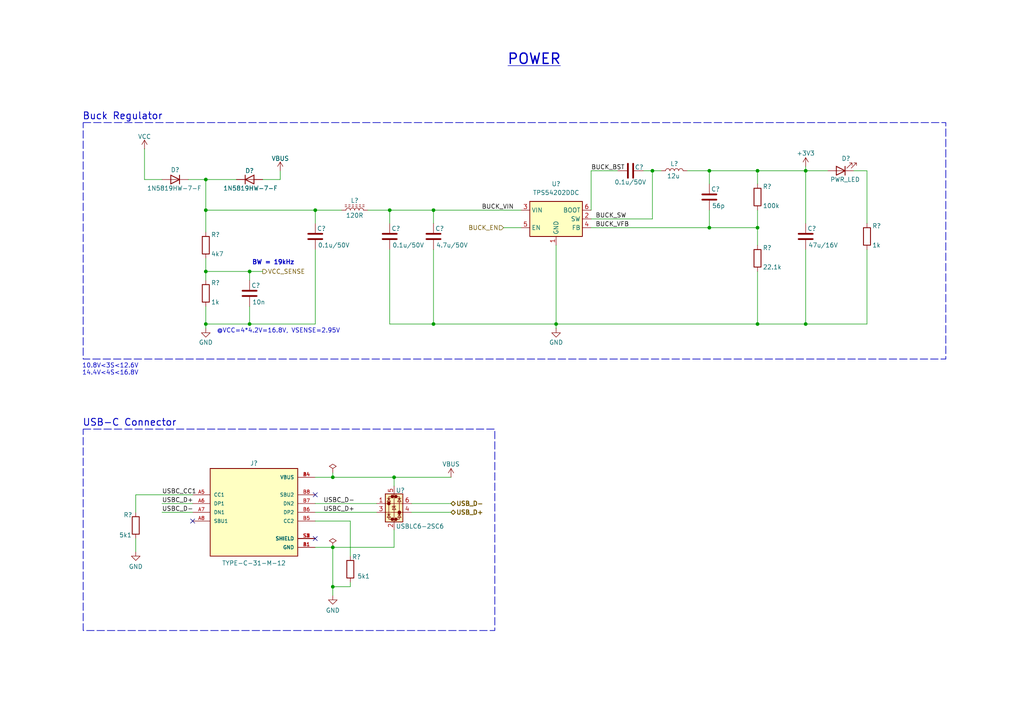
<source format=kicad_sch>
(kicad_sch (version 20250114) (generator "eeschema") (generator_version "9.0")
  (paper "A4")
  (title_block (title "STM32F405 ESC") (rev "0.0.1") (company "mangoByte"))
  (lib_symbols
    (symbol "Device:C" (pin_numbers (hide yes)) (pin_names (offset 0.254))
      (property "Reference" "C" (at 0.635 2.54 0))
      (property "Value" "C" (at 0.635 -2.54 0))
      (symbol "C_0_1"
        (polyline (pts (xy -2.032 0.762) (xy 2.032 0.762)) (stroke (width 0.508)))
        (polyline (pts (xy -2.032 -0.762) (xy 2.032 -0.762)) (stroke (width 0.508)))
      )
      (symbol "C_1_1"
        (pin passive line (at 0 3.81 270) (length 2.794) (name "~") (number "1"))
        (pin passive line (at 0 -3.81 90) (length 2.794) (name "~") (number "2"))
      )
    )
    (symbol "Device:D" (pin_numbers (hide yes)) (pin_names (offset 1.016) (hide yes))
      (property "Reference" "D" (at 0 2.54 0))
      (property "Value" "D" (at 0 -2.54 0))
      (symbol "D_0_1"
        (polyline (pts (xy -1.27 1.27) (xy -1.27 -1.27)) (stroke (width 0.254)))
        (polyline (pts (xy 1.27 1.27) (xy 1.27 -1.27) (xy -1.27 0) (xy 1.27 1.27)) (stroke (width 0.254)))
        (polyline (pts (xy 1.27 0) (xy -1.27 0)))
      )
      (symbol "D_1_1"
        (pin passive line (at -3.81 0 0) (length 2.54) (name "K") (number "1"))
        (pin passive line (at 3.81 0 180) (length 2.54) (name "A") (number "2"))
      )
    )
    (symbol "Device:LED" (pin_numbers (hide yes)) (pin_names (offset 1.016) (hide yes))
      (property "Reference" "D" (at 0 2.54 0))
      (property "Value" "LED" (at 0 -2.54 0))
      (symbol "LED_0_1"
        (polyline (pts (xy -3.048 -0.762) (xy -4.572 -2.286) (xy -3.81 -2.286) (xy -4.572 -2.286) (xy -4.572 -1.524)))
        (polyline (pts (xy -1.778 -0.762) (xy -3.302 -2.286) (xy -2.54 -2.286) (xy -3.302 -2.286) (xy -3.302 -1.524)))
        (polyline (pts (xy -1.27 0) (xy 1.27 0)))
        (polyline (pts (xy -1.27 -1.27) (xy -1.27 1.27)) (stroke (width 0.254)))
        (polyline (pts (xy 1.27 -1.27) (xy 1.27 1.27) (xy -1.27 0) (xy 1.27 -1.27)) (stroke (width 0.254)))
      )
      (symbol "LED_1_1"
        (pin passive line (at -3.81 0 0) (length 2.54) (name "K") (number "1"))
        (pin passive line (at 3.81 0 180) (length 2.54) (name "A") (number "2"))
      )
    )
    (symbol "Device:L_Ferrite" (pin_numbers (hide yes)) (pin_names (offset 1.016) (hide yes))
      (property "Reference" "L" (at -1.27 0 90))
      (property "Value" "L_Ferrite" (at 2.794 0 90))
      (symbol "L_Ferrite_0_1"
        (arc (start 0 2.54) (mid 0.6323 1.905) (end 0 1.27))
        (arc (start 0 1.27) (mid 0.6323 0.635) (end 0 0))
        (arc (start 0 0) (mid 0.6323 -0.635) (end 0 -1.27))
        (arc (start 0 -1.27) (mid 0.6323 -1.905) (end 0 -2.54))
        (polyline (pts (xy 1.016 2.286) (xy 1.016 2.794)))
        (polyline (pts (xy 1.016 1.27) (xy 1.016 1.778)))
        (polyline (pts (xy 1.016 0.254) (xy 1.016 0.762)))
        (polyline (pts (xy 1.016 -0.762) (xy 1.016 -0.254)))
        (polyline (pts (xy 1.016 -1.778) (xy 1.016 -1.27)))
        (polyline (pts (xy 1.016 -2.794) (xy 1.016 -2.286)))
        (polyline (pts (xy 1.524 2.794) (xy 1.524 2.286)))
        (polyline (pts (xy 1.524 1.778) (xy 1.524 1.27)))
        (polyline (pts (xy 1.524 0.762) (xy 1.524 0.254)))
        (polyline (pts (xy 1.524 -0.254) (xy 1.524 -0.762)))
        (polyline (pts (xy 1.524 -1.27) (xy 1.524 -1.778)))
        (polyline (pts (xy 1.524 -2.286) (xy 1.524 -2.794)))
      )
      (symbol "L_Ferrite_1_1"
        (pin passive line (at 0 3.81 270) (length 1.27) (name "1") (number "1"))
        (pin passive line (at 0 -3.81 90) (length 1.27) (name "2") (number "2"))
      )
    )
    (symbol "Device:R" (pin_numbers (hide yes)) (pin_names (offset 0))
      (property "Reference" "R" (at 2.032 0 90))
      (property "Value" "R" (at 0 0 90))
      (symbol "R_0_1"
        (rectangle (start -1.016 -2.54) (end 1.016 2.54) (stroke (width 0.254)))
      )
      (symbol "R_1_1"
        (pin passive line (at 0 3.81 270) (length 1.27) (name "~") (number "1"))
        (pin passive line (at 0 -3.81 90) (length 1.27) (name "~") (number "2"))
      )
    )
    (symbol "No silk screen devices:L" (pin_numbers (hide yes)) (pin_names (offset 1.016) (hide yes))
      (property "Reference" "L" (at -1.27 0 90))
      (property "Value" "L" (at 1.905 0 90))
      (symbol "L_0_1"
        (arc (start 0 2.54) (mid 0.6323 1.905) (end 0 1.27))
        (arc (start 0 1.27) (mid 0.6323 0.635) (end 0 0))
        (arc (start 0 0) (mid 0.6323 -0.635) (end 0 -1.27))
        (arc (start 0 -1.27) (mid 0.6323 -1.905) (end 0 -2.54))
      )
      (symbol "L_1_1"
        (pin passive line (at 0 3.81 270) (length 1.27) (name "1") (number "1"))
        (pin passive line (at 0 -3.81 90) (length 1.27) (name "2") (number "2"))
      )
    )
    (symbol "No silk screen devices:R" (pin_numbers (hide yes)) (pin_names (offset 0))
      (property "Reference" "R" (at 2.032 0 90))
      (property "Value" "R" (at 0 0 90))
      (symbol "R_0_1"
        (rectangle (start -1.016 -2.54) (end 1.016 2.54) (stroke (width 0.254)))
      )
      (symbol "R_1_1"
        (pin passive line (at 0 3.81 270) (length 1.27) (name "~") (number "1"))
        (pin passive line (at 0 -3.81 90) (length 1.27) (name "~") (number "2"))
      )
    )
    (symbol "Power_Protection:USBLC6-2SC6" (pin_names (hide yes))
      (property "Reference" "U" (at 0.635 5.715 0))
      (property "Value" "USBLC6-2SC6" (at 0.635 3.81 0))
      (symbol "USBLC6-2SC6_0_0"
        (circle (center -1.524 0) (radius 0.0001) (stroke (width 0.508)))
        (circle (center -0.508 2.032) (radius 0.0001) (stroke (width 0.508)))
        (circle (center -0.508 -4.572) (radius 0.0001) (stroke (width 0.508)))
        (circle (center 0.508 2.032) (radius 0.0001) (stroke (width 0.508)))
        (circle (center 0.508 -4.572) (radius 0.0001) (stroke (width 0.508)))
        (circle (center 1.524 -2.54) (radius 0.0001) (stroke (width 0.508)))
      )
      (symbol "USBLC6-2SC6_0_1"
        (polyline (pts (xy -2.54 0) (xy 2.54 0)))
        (polyline (pts (xy -2.54 -2.54) (xy 2.54 -2.54)))
        (polyline (pts (xy -2.032 0.508) (xy -1.016 0.508) (xy -1.524 1.524) (xy -2.032 0.508)))
        (polyline (pts (xy -2.032 -3.048) (xy -1.016 -3.048)))
        (polyline (pts (xy -1.016 1.524) (xy -2.032 1.524)))
        (polyline (pts (xy -1.016 -4.064) (xy -2.032 -4.064) (xy -1.524 -3.048) (xy -1.016 -4.064)))
        (polyline (pts (xy -0.508 -1.143) (xy -0.508 -0.762) (xy 0.508 -0.762)))
        (polyline (pts (xy 0 2.54) (xy -0.508 2.032) (xy 0.508 2.032) (xy 0 1.524) (xy 0 -4.064) (xy -0.508 -4.572) (xy 0.508 -4.572) (xy 0 -5.08)))
        (polyline (pts (xy 0.508 -1.778) (xy -0.508 -1.778) (xy 0 -0.762) (xy 0.508 -1.778)))
        (polyline (pts (xy 1.016 1.524) (xy 2.032 1.524)))
        (polyline (pts (xy 1.016 -3.048) (xy 2.032 -3.048)))
        (polyline (pts (xy 2.032 0.508) (xy 1.016 0.508) (xy 1.524 1.524) (xy 2.032 0.508)))
        (polyline (pts (xy 2.032 -4.064) (xy 1.016 -4.064) (xy 1.524 -3.048) (xy 2.032 -4.064)))
      )
      (symbol "USBLC6-2SC6_1_1"
        (rectangle (start -2.54 2.794) (end 2.54 -5.334) (stroke (width 0.254)) (fill (type background)))
        (polyline (pts (xy -0.508 2.032) (xy -1.524 2.032) (xy -1.524 -4.572) (xy -0.508 -4.572)))
        (polyline (pts (xy 0.508 -4.572) (xy 1.524 -4.572) (xy 1.524 2.032) (xy 0.508 2.032)))
        (pin passive line (at -5.08 0 0) (length 2.54) (name "I/O1") (number "1"))
        (pin passive line (at -5.08 -2.54 0) (length 2.54) (name "I/O2") (number "3"))
        (pin passive line (at 0 5.08 270) (length 2.54) (name "VBUS") (number "5"))
        (pin passive line (at 0 -7.62 90) (length 2.54) (name "GND") (number "2"))
        (pin passive line (at 5.08 0 180) (length 2.54) (name "I/O1") (number "6"))
        (pin passive line (at 5.08 -2.54 180) (length 2.54) (name "I/O2") (number "4"))
      )
    )
    (symbol "Regulator_Switching:TPS54202DDC"
      (property "Reference" "U" (at -7.62 6.35 0))
      (property "Value" "TPS54202DDC" (at 0 6.35 0))
      (symbol "TPS54202DDC_0_1"
        (rectangle (start -7.62 5.08) (end 7.62 -5.08) (stroke (width 0.254)) (fill (type background)))
      )
      (symbol "TPS54202DDC_1_1"
        (pin power_in line (at -10.16 2.54 0) (length 2.54) (name "VIN") (number "3"))
        (pin input line (at -10.16 -2.54 0) (length 2.54) (name "EN") (number "5"))
        (pin power_in line (at 0 -7.62 90) (length 2.54) (name "GND") (number "1"))
        (pin passive line (at 10.16 2.54 180) (length 2.54) (name "BOOT") (number "6"))
        (pin power_out line (at 10.16 0 180) (length 2.54) (name "SW") (number "2"))
        (pin input line (at 10.16 -2.54 180) (length 2.54) (name "FB") (number "4"))
      )
    )
    (symbol "TYPE-C-31-M-12:TYPE-C-31-M-12" (pin_names (offset 1.016))
      (property "Reference" "J" (at -12.7 13.462 0))
      (property "Value" "TYPE-C-31-M-12" (at -12.7 -13.462 0))
      (symbol "TYPE-C-31-M-12_0_0"
        (rectangle (start -12.7 -12.7) (end 12.7 12.7) (stroke (width 0.254)) (fill (type background)))
        (pin bidirectional line (at -17.78 5.08 0) (length 5.08) (name "CC1") (number "A5"))
        (pin bidirectional line (at -17.78 2.54 0) (length 5.08) (name "DP1") (number "A6"))
        (pin bidirectional line (at -17.78 0 0) (length 5.08) (name "DN1") (number "A7"))
        (pin bidirectional line (at -17.78 -2.54 0) (length 5.08) (name "SBU1") (number "A8"))
        (pin bidirectional line (at 17.78 5.08 180) (length 5.08) (name "SBU2") (number "B8"))
        (pin bidirectional line (at 17.78 2.54 180) (length 5.08) (name "DN2") (number "B7"))
        (pin bidirectional line (at 17.78 0 180) (length 5.08) (name "DP2") (number "B6"))
        (pin bidirectional line (at 17.78 -2.54 180) (length 5.08) (name "CC2") (number "B5"))
        (pin passive line (at 17.78 -7.62 180) (length 5.08) (name "SHIELD") (number "S1"))
        (pin passive line (at 17.78 -7.62 180) (length 5.08) (name "SHIELD") (number "S2"))
        (pin passive line (at 17.78 -7.62 180) (length 5.08) (name "SHIELD") (number "S3"))
        (pin passive line (at 17.78 -7.62 180) (length 5.08) (name "SHIELD") (number "S4"))
      )
      (symbol "TYPE-C-31-M-12_1_0"
        (pin power_in line (at 17.78 10.16 180) (length 5.08) (name "VBUS") (number "A4"))
        (pin power_in line (at 17.78 10.16 180) (length 5.08) (name "VBUS") (number "B4"))
        (pin power_in line (at 17.78 -10.16 180) (length 5.08) (name "GND") (number "A1"))
        (pin power_in line (at 17.78 -10.16 180) (length 5.08) (name "GND") (number "B1"))
      )
    )
    (symbol "power:+3V3" (power) (pin_numbers (hide yes)) (pin_names (offset 0) (hide yes))
      (property "Value" "+3V3" (at 0 3.556 0))
      (symbol "+3V3_0_1"
        (polyline (pts (xy -0.762 1.27) (xy 0 2.54)))
        (polyline (pts (xy 0 2.54) (xy 0.762 1.27)))
        (polyline (pts (xy 0 0) (xy 0 2.54)))
      )
      (symbol "+3V3_1_1"
        (pin power_in line (at 0 0 90) (length 0) (name "~") (number "1"))
      )
    )
    (symbol "power:GND" (power) (pin_numbers (hide yes)) (pin_names (offset 0) (hide yes))
      (property "Value" "GND" (at 0 -3.81 0))
      (symbol "GND_0_1"
        (polyline (pts (xy 0 0) (xy 0 -1.27) (xy 1.27 -1.27) (xy 0 -2.54) (xy -1.27 -1.27) (xy 0 -1.27)))
      )
      (symbol "GND_1_1"
        (pin power_in line (at 0 0 270) (length 0) (name "~") (number "1"))
      )
    )
    (symbol "power:PWR_FLAG" (power) (pin_numbers (hide yes)) (pin_names (offset 0) (hide yes))
      (property "Value" "PWR_FLAG" (at 0 3.81 0))
      (symbol "PWR_FLAG_0_0"
        (pin power_out line (at 0 0 90) (length 0) (name "~") (number "1"))
      )
      (symbol "PWR_FLAG_0_1"
        (polyline (pts (xy 0 0) (xy 0 1.27) (xy -1.016 1.905) (xy 0 2.54) (xy 1.016 1.905) (xy 0 1.27)))
      )
    )
    (symbol "power:VBUS" (power) (pin_numbers (hide yes)) (pin_names (offset 0) (hide yes))
      (property "Value" "VBUS" (at 0 3.556 0))
      (symbol "VBUS_0_1"
        (polyline (pts (xy -0.762 1.27) (xy 0 2.54)))
        (polyline (pts (xy 0 2.54) (xy 0.762 1.27)))
        (polyline (pts (xy 0 0) (xy 0 2.54)))
      )
      (symbol "VBUS_1_1"
        (pin power_in line (at 0 0 90) (length 0) (name "~") (number "1"))
      )
    )
    (symbol "power:VCC" (power) (pin_numbers (hide yes)) (pin_names (offset 0) (hide yes))
      (property "Value" "VCC" (at 0 3.556 0))
      (symbol "VCC_0_1"
        (polyline (pts (xy -0.762 1.27) (xy 0 2.54)))
        (polyline (pts (xy 0 2.54) (xy 0.762 1.27)))
        (polyline (pts (xy 0 0) (xy 0 2.54)))
      )
      (symbol "VCC_1_1"
        (pin power_in line (at 0 0 90) (length 0) (name "~") (number "1"))
      )
    )
  )
  (rectangle (start 24.13 35.56) (end 274.32 104.14) (stroke (width 0.2) (type dash)))
  (rectangle (start 24.13 124.46) (end 143.51 182.88) (stroke (width 0.2) (type dash)))
  (text "10.8V<3S<12.6V\n14.4V<4S<16.8V" (at 32.004 107.188 0) (effects (font (size 1.27 1.27))))
  (text "BW = 19kHz" (at 79.248 76.2 0) (effects (font (size 1.27 1.27) (thickness 0.254) (bold yes))))
  (text "USB-C Connector" (at 37.592 122.682 0) (effects (font (size 2 2) (thickness 0.254) (bold yes))))
  (text "POWER" (at 154.94 17.272 0) (effects (font (size 3 3) (thickness 0.4) (bold yes))))
  (text "@VCC=4*4.2V=16.8V, VSENSE=2.95V" (at 80.772 96.012 0) (effects (font (size 1.27 1.27))))
  (text "Buck Regulator" (at 35.56 33.782 0) (effects (font (size 2 2) (thickness 0.254) (bold yes))))
  (junction (at 59.69 60.96))
  (junction (at 205.74 49.53))
  (junction (at 96.52 138.43))
  (junction (at 205.74 66.04))
  (junction (at 91.44 60.96))
  (junction (at 233.68 49.53))
  (junction (at 59.69 93.98))
  (junction (at 113.03 60.96))
  (junction (at 125.73 60.96))
  (junction (at 96.52 158.75))
  (junction (at 114.3 138.43))
  (junction (at 219.71 93.98))
  (junction (at 189.23 49.53))
  (junction (at 233.68 93.98))
  (junction (at 72.39 93.98))
  (junction (at 219.71 66.04))
  (junction (at 96.52 170.18))
  (junction (at 72.39 78.74))
  (junction (at 219.71 49.53))
  (junction (at 59.69 52.07))
  (junction (at 125.73 93.98))
  (junction (at 59.69 78.74))
  (junction (at 161.29 93.98))
  (no_connect (at 91.44 143.51))
  (no_connect (at 55.88 151.13))
  (no_connect (at 91.44 156.21))
  (wire (pts (xy 72.39 88.9) (xy 72.39 93.98)))
  (wire (pts (xy 59.69 95.25) (xy 59.69 93.98)))
  (wire (pts (xy 199.39 49.53) (xy 205.74 49.53)))
  (wire (pts (xy 59.69 52.07) (xy 59.69 60.96)))
  (wire (pts (xy 219.71 49.53) (xy 233.68 49.53)))
  (wire (pts (xy 101.6 151.13) (xy 101.6 161.29)))
  (wire (pts (xy 39.37 143.51) (xy 39.37 148.59)))
  (wire (pts (xy 113.03 60.96) (xy 113.03 64.77)))
  (wire (pts (xy 171.45 49.53) (xy 179.07 49.53)))
  (wire (pts (xy 161.29 93.98) (xy 161.29 95.25)))
  (wire (pts (xy 233.68 48.26) (xy 233.68 49.53)))
  (wire (pts (xy 114.3 138.43) (xy 130.81 138.43)))
  (wire (pts (xy 219.71 66.04) (xy 219.71 71.12)))
  (wire (pts (xy 125.73 93.98) (xy 161.29 93.98)))
  (polyline (pts (xy 147.32 19.05) (xy 162.56 19.05)))
  (wire (pts (xy 219.71 53.34) (xy 219.71 49.53)))
  (wire (pts (xy 91.44 146.05) (xy 109.22 146.05)))
  (wire (pts (xy 59.69 81.28) (xy 59.69 78.74)))
  (wire (pts (xy 125.73 60.96) (xy 151.13 60.96)))
  (wire (pts (xy 91.44 151.13) (xy 101.6 151.13)))
  (wire (pts (xy 72.39 81.28) (xy 72.39 78.74)))
  (wire (pts (xy 125.73 60.96) (xy 125.73 64.77)))
  (wire (pts (xy 171.45 66.04) (xy 205.74 66.04)))
  (wire (pts (xy 247.65 49.53) (xy 251.46 49.53)))
  (wire (pts (xy 96.52 138.43) (xy 114.3 138.43)))
  (wire (pts (xy 119.38 146.05) (xy 130.81 146.05)))
  (wire (pts (xy 91.44 60.96) (xy 99.06 60.96)))
  (wire (pts (xy 96.52 170.18) (xy 96.52 172.72)))
  (wire (pts (xy 72.39 78.74) (xy 76.2 78.74)))
  (wire (pts (xy 41.91 52.07) (xy 46.99 52.07)))
  (wire (pts (xy 113.03 60.96) (xy 125.73 60.96)))
  (wire (pts (xy 106.68 60.96) (xy 113.03 60.96)))
  (wire (pts (xy 113.03 93.98) (xy 125.73 93.98)))
  (wire (pts (xy 114.3 153.67) (xy 114.3 158.75)))
  (wire (pts (xy 54.61 52.07) (xy 59.69 52.07)))
  (wire (pts (xy 91.44 138.43) (xy 96.52 138.43)))
  (wire (pts (xy 91.44 148.59) (xy 109.22 148.59)))
  (wire (pts (xy 114.3 138.43) (xy 114.3 140.97)))
  (wire (pts (xy 46.99 148.59) (xy 55.88 148.59)))
  (wire (pts (xy 113.03 72.39) (xy 113.03 93.98)))
  (wire (pts (xy 219.71 93.98) (xy 161.29 93.98)))
  (wire (pts (xy 219.71 60.96) (xy 219.71 66.04)))
  (wire (pts (xy 91.44 93.98) (xy 72.39 93.98)))
  (wire (pts (xy 101.6 168.91) (xy 101.6 170.18)))
  (wire (pts (xy 96.52 137.16) (xy 96.52 138.43)))
  (wire (pts (xy 171.45 63.5) (xy 189.23 63.5)))
  (wire (pts (xy 59.69 60.96) (xy 91.44 60.96)))
  (wire (pts (xy 119.38 148.59) (xy 130.81 148.59)))
  (wire (pts (xy 251.46 49.53) (xy 251.46 64.77)))
  (wire (pts (xy 76.2 52.07) (xy 81.28 52.07)))
  (wire (pts (xy 233.68 64.77) (xy 233.68 49.53)))
  (wire (pts (xy 101.6 170.18) (xy 96.52 170.18)))
  (wire (pts (xy 161.29 71.12) (xy 161.29 93.98)))
  (wire (pts (xy 46.99 146.05) (xy 55.88 146.05)))
  (wire (pts (xy 81.28 49.53) (xy 81.28 52.07)))
  (wire (pts (xy 59.69 78.74) (xy 59.69 74.93)))
  (wire (pts (xy 72.39 93.98) (xy 59.69 93.98)))
  (wire (pts (xy 91.44 72.39) (xy 91.44 93.98)))
  (wire (pts (xy 219.71 78.74) (xy 219.71 93.98)))
  (wire (pts (xy 96.52 158.75) (xy 96.52 170.18)))
  (wire (pts (xy 205.74 60.96) (xy 205.74 66.04)))
  (wire (pts (xy 41.91 43.18) (xy 41.91 52.07)))
  (wire (pts (xy 125.73 72.39) (xy 125.73 93.98)))
  (wire (pts (xy 151.13 66.04) (xy 146.05 66.04)))
  (wire (pts (xy 189.23 49.53) (xy 189.23 63.5)))
  (wire (pts (xy 55.88 143.51) (xy 39.37 143.51)))
  (wire (pts (xy 59.69 52.07) (xy 68.58 52.07)))
  (wire (pts (xy 189.23 49.53) (xy 191.77 49.53)))
  (wire (pts (xy 205.74 49.53) (xy 205.74 53.34)))
  (wire (pts (xy 251.46 72.39) (xy 251.46 93.98)))
  (wire (pts (xy 91.44 60.96) (xy 91.44 64.77)))
  (wire (pts (xy 189.23 49.53) (xy 186.69 49.53)))
  (wire (pts (xy 233.68 93.98) (xy 251.46 93.98)))
  (wire (pts (xy 233.68 72.39) (xy 233.68 93.98)))
  (wire (pts (xy 171.45 49.53) (xy 171.45 60.96)))
  (wire (pts (xy 219.71 93.98) (xy 233.68 93.98)))
  (wire (pts (xy 59.69 93.98) (xy 59.69 88.9)))
  (wire (pts (xy 91.44 158.75) (xy 96.52 158.75)))
  (wire (pts (xy 39.37 160.02) (xy 39.37 156.21)))
  (wire (pts (xy 72.39 78.74) (xy 59.69 78.74)))
  (wire (pts (xy 205.74 49.53) (xy 219.71 49.53)))
  (wire (pts (xy 114.3 158.75) (xy 96.52 158.75)))
  (wire (pts (xy 205.74 66.04) (xy 219.71 66.04)))
  (wire (pts (xy 59.69 67.31) (xy 59.69 60.96)))
  (wire (pts (xy 233.68 49.53) (xy 240.03 49.53)))
  (label "USBC_D+" (at 102.87 148.59 180))
  (label "USBC_CC1" (at 46.99 143.51 0))
  (label "USBC_D+" (at 46.99 146.05 0))
  (label "USBC_D-" (at 102.87 146.05 180))
  (label "BUCK_SW" (at 172.72 63.5 0))
  (label "BUCK_VIN" (at 139.7 60.96 0))
  (label "BUCK_VFB" (at 172.72 66.04 0))
  (label "BUCK_BST" (at 171.45 49.53 0))
  (label "USBC_D-" (at 46.99 148.59 0))
  (hierarchical_label "VCC_SENSE" (shape output) (at 76.2 78.74 0))
  (hierarchical_label "BUCK_EN" (shape input) (at 146.05 66.04 180))
  (hierarchical_label "USB_D-" (shape bidirectional) (at 130.81 146.05 0) (effects (font (thickness 0.254) (bold yes))))
  (hierarchical_label "USB_D+" (shape bidirectional) (at 130.81 148.59 0) (effects (font (thickness 0.254) (bold yes))))
  (symbol (lib_id "No silk screen devices:R") (at 219.71 57.15 0) (unit 1)
    (property "Reference" "R?" (at 221.234 54.102 0) (effects (justify left)))
    (property "Value" "100k" (at 221.234 59.69 0) (effects (justify left)))
    (property "Footprint" "No Silkscreen:R_0402_1005Metric" (effects (hide yes)))
    (property "Description" "Resistor" (effects (hide yes)))
  )
  (symbol (lib_id "Device:LED") (at 243.84 49.53 180) (unit 1)
    (property "Reference" "D?" (at 245.364 45.974 0))
    (property "Value" "PWR_LED" (at 245.11 52.07 0))
    (property "Description" "Light emitting diode" (effects (hide yes)))
    (property "Sim.Pins" "1=K 2=A" (effects (hide yes)))
  )
  (symbol (lib_id "power:VBUS") (at 81.28 49.53 0) (unit 1)
    (property "Reference" "#PWR029" (effects (hide yes)))
    (property "Value" "VBUS" (at 81.28 45.974 0))
    (property "Description" "Power symbol creates a global label with name \"VBUS\"" (effects (hide yes)))
  )
  (symbol (lib_id "No silk screen devices:R") (at 59.69 71.12 0) (unit 1)
    (property "Reference" "R?" (at 61.214 68.072 0) (effects (justify left)))
    (property "Value" "4k7" (at 61.214 73.66 0) (effects (justify left)))
    (property "Footprint" "No Silkscreen:R_0402_1005Metric" (effects (hide yes)))
    (property "Description" "Resistor" (effects (hide yes)))
  )
  (symbol (lib_id "power:+3V3") (at 233.68 48.26 0) (unit 1)
    (property "Reference" "#PWR028" (effects (hide yes)))
    (property "Value" "+3V3" (at 233.68 44.45 0))
    (property "Description" "Power symbol creates a global label with name \"+3V3\"" (effects (hide yes)))
  )
  (symbol (lib_id "Device:R") (at 101.6 165.1 0) (unit 1)
    (property "Reference" "R?" (at 102.108 161.544 0) (effects (justify left)))
    (property "Value" "5k1" (at 103.632 167.132 0) (effects (justify left)))
    (property "Footprint" "No_silkscreen:R_0402_1005Metric" (effects (hide yes)))
    (property "Description" "Resistor" (effects (hide yes)))
  )
  (symbol (lib_id "Device:C") (at 72.39 85.09 0) (unit 1)
    (property "Reference" "C?" (at 72.898 82.804 0) (effects (justify left)))
    (property "Value" "10n" (at 73.152 87.63 0) (effects (justify left)))
    (property "Footprint" "No Silkscreen:C_0402_1005Metric" (effects (hide yes)))
    (property "Description" "Unpolarized capacitor" (effects (hide yes)))
  )
  (symbol (lib_id "No silk screen devices:L") (at 195.58 49.53 90) (unit 1)
    (property "Reference" "L?" (at 195.58 47.498 90))
    (property "Value" "12u" (at 195.326 51.054 90))
    (property "Footprint" "Inductor_SMD:L_APV_ANR4020" (effects (hide yes)))
    (property "Description" "Inductor" (effects (hide yes)))
  )
  (symbol (lib_id "Regulator_Switching:TPS54202DDC") (at 161.29 63.5 0) (unit 1)
    (property "Reference" "U?" (at 161.29 53.34 0))
    (property "Value" "TPS54202DDC" (at 161.29 55.88 0))
    (property "Footprint" "Package_TO_SOT_SMD:SOT-23-6" (effects (hide yes)))
    (property "Datasheet" "http://www.ti.com/lit/ds/symlink/tps54202.pdf" (effects (hide yes)))
    (property "Description" "2A, 4.5 to 28V Input, EMI Friendly integrated switch synchronous step-down regulator, pulse-skipping, SOT-23-6" (effects (hide yes)))
  )
  (symbol (lib_id "Device:C") (at 182.88 49.53 90) (unit 1)
    (property "Reference" "C?" (at 186.69 48.514 90) (effects (justify left)))
    (property "Value" "0.1u/50V" (at 187.452 52.832 90) (effects (justify left)))
    (property "Footprint" "No Silkscreen:C_0603_1608Metric" (effects (hide yes)))
    (property "Description" "Unpolarized capacitor" (effects (hide yes)))
  )
  (symbol (lib_id "power:PWR_FLAG") (at 96.52 158.75 0) (unit 1)
    (property "Reference" "#FLG?" (effects (hide yes)))
    (property "Value" "PWR_FLAG" (effects (hide yes)))
    (property "Description" "Special symbol for telling ERC where power comes from" (effects (hide yes)))
    (instances (project "" (path "" (reference "#FLG?") (unit 1))) (project "demonSpawn" (path "" (reference "#FLG03") (unit 1))))
  )
  (symbol (lib_id "power:GND") (at 161.29 95.25 0) (unit 1)
    (property "Reference" "#PWR027" (effects (hide yes)))
    (property "Value" "GND" (at 161.29 99.314 0))
    (property "Description" "Power symbol creates a global label with name \"GND\" , ground" (effects (hide yes)))
  )
  (symbol (lib_id "power:GND") (at 59.69 95.25 0) (unit 1)
    (property "Reference" "#PWR026" (effects (hide yes)))
    (property "Value" "GND" (at 59.69 99.314 0))
    (property "Description" "Power symbol creates a global label with name \"GND\" , ground" (effects (hide yes)))
  )
  (symbol (lib_id "Device:D") (at 50.8 52.07 180) (unit 1)
    (property "Reference" "D?" (at 50.8 49.276 0))
    (property "Value" "1N5819HW-7-F" (at 50.546 54.61 0))
    (property "Description" "Diode" (effects (hide yes)))
    (property "Sim.Device" "D" (effects (hide yes)))
    (property "Sim.Pins" "1=K 2=A" (effects (hide yes)))
  )
  (symbol (lib_id "Device:C") (at 233.68 68.58 0) (unit 1)
    (property "Reference" "C?" (at 234.188 66.294 0) (effects (justify left)))
    (property "Value" "47u/16V" (at 234.442 71.12 0) (effects (justify left)))
    (property "Footprint" "No Silkscreen:C_0805_2012Metric" (effects (hide yes)))
    (property "Description" "Unpolarized capacitor" (effects (hide yes)))
  )
  (symbol (lib_id "power:PWR_FLAG") (at 96.52 137.16 0) (unit 1)
    (property "Reference" "#FLG?" (effects (hide yes)))
    (property "Value" "PWR_FLAG" (effects (hide yes)))
    (property "Description" "Special symbol for telling ERC where power comes from" (effects (hide yes)))
    (instances (project "" (path "" (reference "#FLG?") (unit 1))) (project "demonSpawn" (path "" (reference "#FLG01") (unit 1))))
  )
  (symbol (lib_id "Device:C") (at 125.73 68.58 0) (unit 1)
    (property "Reference" "C?" (at 126.238 66.294 0) (effects (justify left)))
    (property "Value" "4.7u/50V" (at 126.492 71.12 0) (effects (justify left)))
    (property "Footprint" "No Silkscreen:C_0805_2012Metric" (effects (hide yes)))
    (property "Description" "Unpolarized capacitor" (effects (hide yes)))
  )
  (symbol (lib_id "Device:L_Ferrite") (at 102.87 60.96 90) (unit 1)
    (property "Reference" "L?" (at 102.87 58.166 90))
    (property "Value" "120R" (at 102.87 62.484 90))
    (property "Description" "Inductor with ferrite core" (effects (hide yes)))
  )
  (symbol (lib_id "power:GND") (at 96.52 172.72 0) (unit 1)
    (property "Reference" "#PWR?" (effects (hide yes)))
    (property "Value" "GND" (at 96.52 177.038 0))
    (property "Description" "Power symbol creates a global label with name \"GND\" , ground" (effects (hide yes)))
    (instances (project "" (path "" (reference "#PWR?") (unit 1))) (project "demonSpawn" (path "" (reference "#PWR09") (unit 1))))
  )
  (symbol (lib_id "TYPE-C-31-M-12:TYPE-C-31-M-12") (at 73.66 148.59 0) (unit 1)
    (property "Reference" "J?" (at 73.66 134.366 0))
    (property "Value" "TYPE-C-31-M-12" (at 73.66 163.322 0))
    (property "Footprint" "TYPE-C-31-M-12:HRO_TYPE-C-31-M-12" (effects (hide yes)))
    (property "MF" "HRO Electronics Co., Ltd." (effects (hide yes)))
    (property "MAXIMUM_PACKAGE_HEIGHT" "3.26 mm" (effects (hide yes)))
    (property "Package" "Package" (effects (hide yes)))
    (property "Price" "None" (effects (hide yes)))
    (property "Check_prices" "https://www.snapeda.com/parts/TYPE-C-31-M-12/HRO+Electronics+Co.%252C+Ltd./view-part/?ref=eda" (effects (hide yes)))
    (property "STANDARD" "Manufacturer Recommendations" (effects (hide yes)))
    (property "PARTREV" "2020.12.08" (effects (hide yes)))
    (property "SnapEDA_Link" "https://www.snapeda.com/parts/TYPE-C-31-M-12/HRO+Electronics+Co.%252C+Ltd./view-part/?ref=snap" (effects (hide yes)))
    (property "MP" "TYPE-C-31-M-12" (effects (hide yes)))
    (property "Description_1" "USB Connectors 24 Receptacle 1 8.94*7.3mm RoHS" (effects (hide yes)))
    (property "SNAPEDA_PN" "TYPE-C-31-M-12" (effects (hide yes)))
    (property "Availability" "Not in stock" (effects (hide yes)))
    (property "MANUFACTURER" "HRO Electronics Co., Ltd." (effects (hide yes)))
    (instances (project "" (path "" (reference "J?") (unit 1))) (project "demonSpawn" (path "" (reference "J1") (unit 1))))
  )
  (symbol (lib_id "No silk screen devices:R") (at 219.71 74.93 0) (unit 1)
    (property "Reference" "R?" (at 221.234 71.882 0) (effects (justify left)))
    (property "Value" "22.1k" (at 221.234 77.47 0) (effects (justify left)))
    (property "Footprint" "No Silkscreen:R_0402_1005Metric" (effects (hide yes)))
    (property "Description" "Resistor" (effects (hide yes)))
  )
  (symbol (lib_id "Device:D") (at 72.39 52.07 0) (unit 1)
    (property "Reference" "D?" (at 72.39 49.53 0))
    (property "Value" "1N5819HW-7-F" (at 72.644 54.61 0))
    (property "Description" "Diode" (effects (hide yes)))
    (property "Sim.Device" "D" (effects (hide yes)))
    (property "Sim.Pins" "1=K 2=A" (effects (hide yes)))
  )
  (symbol (lib_id "No silk screen devices:R") (at 251.46 68.58 0) (unit 1)
    (property "Reference" "R?" (at 252.984 65.532 0) (effects (justify left)))
    (property "Value" "1k" (at 252.984 71.12 0) (effects (justify left)))
    (property "Footprint" "No Silkscreen:R_0402_1005Metric" (effects (hide yes)))
    (property "Description" "Resistor" (effects (hide yes)))
  )
  (symbol (lib_id "Device:R") (at 39.37 152.4 0) (unit 1)
    (property "Reference" "R?" (at 35.814 149.352 0) (effects (justify left)))
    (property "Value" "5k1" (at 34.544 155.194 0) (effects (justify left)))
    (property "Footprint" "No_silkscreen:R_0402_1005Metric" (effects (hide yes)))
    (property "Description" "Resistor" (effects (hide yes)))
  )
  (symbol (lib_id "power:VCC") (at 41.91 43.18 0) (unit 1)
    (property "Reference" "#PWR025" (effects (hide yes)))
    (property "Value" "VCC" (at 41.91 39.624 0))
    (property "Description" "Power symbol creates a global label with name \"VCC\"" (effects (hide yes)))
  )
  (symbol (lib_id "Device:C") (at 205.74 57.15 0) (unit 1)
    (property "Reference" "C?" (at 206.248 54.864 0) (effects (justify left)))
    (property "Value" "56p" (at 206.502 59.69 0) (effects (justify left)))
    (property "Footprint" "No Silkscreen:C_0402_1005Metric" (effects (hide yes)))
    (property "Description" "Unpolarized capacitor" (effects (hide yes)))
  )
  (symbol (lib_id "Device:C") (at 91.44 68.58 0) (unit 1)
    (property "Reference" "C?" (at 91.948 66.294 0) (effects (justify left)))
    (property "Value" "0.1u/50V" (at 92.202 71.12 0) (effects (justify left)))
    (property "Footprint" "No Silkscreen:C_0603_1608Metric" (effects (hide yes)))
    (property "Description" "Unpolarized capacitor" (effects (hide yes)))
  )
  (symbol (lib_id "Power_Protection:USBLC6-2SC6") (at 114.3 146.05 0) (unit 1)
    (property "Reference" "U?" (at 114.808 142.24 0) (effects (justify left)))
    (property "Value" "USBLC6-2SC6" (at 114.808 152.654 0) (effects (justify left)))
    (property "Footprint" "Package_TO_SOT_SMD:SOT-23-6" (effects (hide yes)))
    (property "Datasheet" "https://www.st.com/resource/en/datasheet/usblc6-2.pdf" (effects (hide yes)))
    (property "Description" "Very low capacitance ESD protection diode, 2 data-line, SOT-23-6" (effects (hide yes)))
    (instances (project "" (path "" (reference "U?") (unit 1))) (project "demonSpawn" (path "" (reference "U6") (unit 1))))
  )
  (symbol (lib_id "Device:C") (at 113.03 68.58 0) (unit 1)
    (property "Reference" "C?" (at 113.538 66.294 0) (effects (justify left)))
    (property "Value" "0.1u/50V" (at 113.792 71.12 0) (effects (justify left)))
    (property "Footprint" "No Silkscreen:C_0603_1608Metric" (effects (hide yes)))
    (property "Description" "Unpolarized capacitor" (effects (hide yes)))
  )
  (symbol (lib_id "power:VBUS") (at 130.81 138.43 0) (unit 1)
    (property "Reference" "#PWR?" (effects (hide yes)))
    (property "Value" "VBUS" (at 130.81 134.62 0))
    (property "Description" "Power symbol creates a global label with name \"VBUS\"" (effects (hide yes)))
    (instances (project "" (path "" (reference "#PWR?") (unit 1))) (project "demonSpawn" (path "" (reference "#PWR052") (unit 1))))
  )
  (symbol (lib_id "No silk screen devices:R") (at 59.69 85.09 0) (unit 1)
    (property "Reference" "R?" (at 61.214 82.042 0) (effects (justify left)))
    (property "Value" "1k" (at 61.214 87.63 0) (effects (justify left)))
    (property "Footprint" "No Silkscreen:R_0402_1005Metric" (effects (hide yes)))
    (property "Description" "Resistor" (effects (hide yes)))
  )
  (symbol (lib_id "power:GND") (at 39.37 160.02 0) (unit 1)
    (property "Reference" "#PWR?" (effects (hide yes)))
    (property "Value" "GND" (at 39.37 164.338 0))
    (property "Description" "Power symbol creates a global label with name \"GND\" , ground" (effects (hide yes)))
    (instances (project "" (path "" (reference "#PWR?") (unit 1))) (project "demonSpawn" (path "" (reference "#PWR01") (unit 1))))
  )
)
</source>
